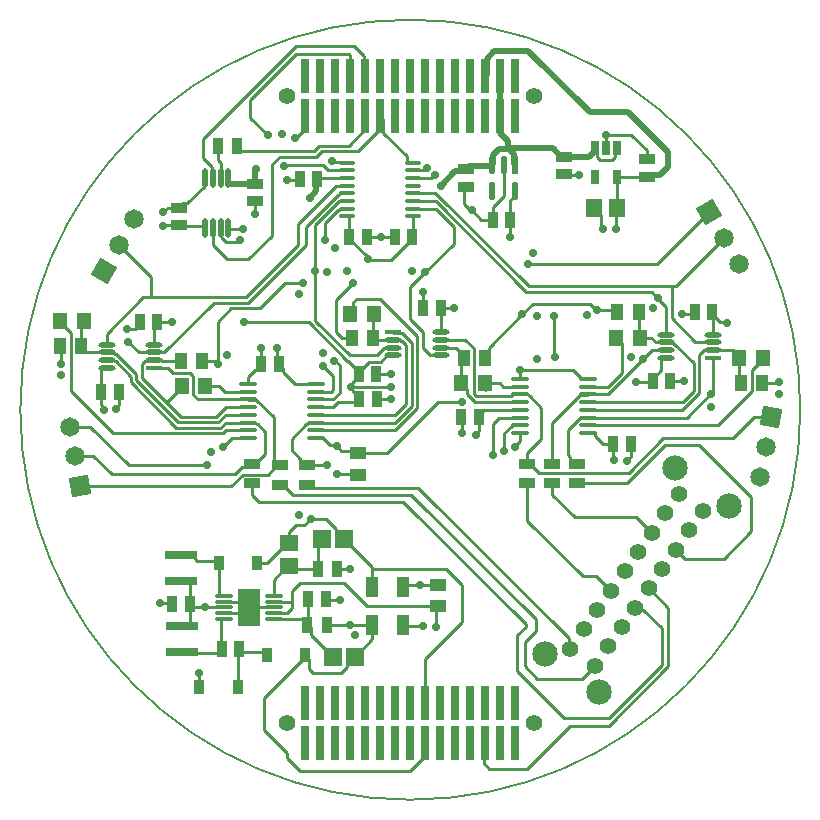
<source format=gtl>
G04*
G04 #@! TF.GenerationSoftware,Altium Limited,Altium Designer,22.3.1 (43)*
G04*
G04 Layer_Physical_Order=1*
G04 Layer_Color=255*
%FSLAX25Y25*%
%MOIN*%
G70*
G04*
G04 #@! TF.SameCoordinates,26406105-7067-4880-9C5C-2A59F93044AC*
G04*
G04*
G04 #@! TF.FilePolarity,Positive*
G04*
G01*
G75*
%ADD14C,0.00500*%
%ADD16R,0.03740X0.05315*%
%ADD21R,0.05725X0.01716*%
G04:AMPARAMS|DCode=22|XSize=57.25mil|YSize=17.16mil|CornerRadius=8.58mil|HoleSize=0mil|Usage=FLASHONLY|Rotation=0.000|XOffset=0mil|YOffset=0mil|HoleType=Round|Shape=RoundedRectangle|*
%AMROUNDEDRECTD22*
21,1,0.05725,0.00000,0,0,0.0*
21,1,0.04009,0.01716,0,0,0.0*
1,1,0.01716,0.02005,0.00000*
1,1,0.01716,-0.02005,0.00000*
1,1,0.01716,-0.02005,0.00000*
1,1,0.01716,0.02005,0.00000*
%
%ADD22ROUNDEDRECTD22*%
%ADD26R,0.10630X0.03150*%
%ADD27R,0.03600X0.04800*%
%ADD32R,0.05315X0.03740*%
%ADD34R,0.02253X0.06120*%
G04:AMPARAMS|DCode=35|XSize=61.2mil|YSize=22.53mil|CornerRadius=11.26mil|HoleSize=0mil|Usage=FLASHONLY|Rotation=270.000|XOffset=0mil|YOffset=0mil|HoleType=Round|Shape=RoundedRectangle|*
%AMROUNDEDRECTD35*
21,1,0.06120,0.00000,0,0,270.0*
21,1,0.03867,0.02253,0,0,270.0*
1,1,0.02253,0.00000,-0.01934*
1,1,0.02253,0.00000,0.01934*
1,1,0.02253,0.00000,0.01934*
1,1,0.02253,0.00000,-0.01934*
%
%ADD35ROUNDEDRECTD35*%
%ADD49O,0.06102X0.01378*%
%ADD50R,0.03937X0.05315*%
%ADD51R,0.04724X0.05709*%
%ADD52R,0.05315X0.03347*%
%ADD53R,0.05315X0.03937*%
%ADD54R,0.04331X0.06693*%
%ADD55R,0.05906X0.06102*%
%ADD56R,0.02913X0.11496*%
%ADD57O,0.06299X0.01181*%
%ADD58R,0.06102X0.06102*%
%ADD59R,0.05315X0.06102*%
%ADD60R,0.02756X0.05118*%
%ADD61O,0.05512X0.01378*%
%ADD62R,0.03347X0.05315*%
%ADD63O,0.01772X0.06693*%
%ADD64R,0.03740X0.05315*%
%ADD65R,0.06102X0.05315*%
%ADD66C,0.01000*%
%ADD67C,0.02000*%
%ADD68C,0.05512*%
%ADD69P,0.09187X4X165.0*%
%ADD70C,0.06496*%
%ADD71P,0.09187X4X285.0*%
%ADD72P,0.09187X4X325.0*%
%ADD73P,0.09187X4X125.0*%
%ADD74C,0.08465*%
%ADD75C,0.02800*%
G36*
X696214Y370675D02*
X688930D01*
Y382880D01*
X696214D01*
Y370675D01*
D02*
G37*
D14*
X876400Y442700D02*
G03*
X876400Y442700I-130000J0D01*
G01*
D16*
X696653Y457985D02*
D03*
X702559D02*
D03*
X763322Y440295D02*
D03*
X769227D02*
D03*
X833123Y452204D02*
D03*
X827217Y452204D02*
D03*
X819967Y431240D02*
D03*
X814062D02*
D03*
X729292Y446102D02*
D03*
X735197D02*
D03*
X672988Y378012D02*
D03*
X667082D02*
D03*
X683517Y362877D02*
D03*
X689423D02*
D03*
X662066Y471918D02*
D03*
X656160Y471918D02*
D03*
X643368Y448661D02*
D03*
X649273Y448661D02*
D03*
X779708Y505961D02*
D03*
X773802D02*
D03*
X747055Y500430D02*
D03*
X741150D02*
D03*
X726103D02*
D03*
X732009D02*
D03*
X715462Y519732D02*
D03*
X709556D02*
D03*
X729220Y454639D02*
D03*
X735125D02*
D03*
X841227Y475240D02*
D03*
X847133D02*
D03*
X756507Y476652D02*
D03*
X750602D02*
D03*
D21*
X740731Y468540D02*
D03*
X660991Y456662D02*
D03*
X847317Y460017D02*
D03*
D22*
X740731Y465981D02*
D03*
Y463422D02*
D03*
Y460863D02*
D03*
X756482Y460863D02*
D03*
Y463422D02*
D03*
Y465981D02*
D03*
Y468540D02*
D03*
X660991Y459221D02*
D03*
Y461780D02*
D03*
Y464339D02*
D03*
X645240D02*
D03*
Y461780D02*
D03*
Y459221D02*
D03*
Y456662D02*
D03*
X847317Y462577D02*
D03*
Y465136D02*
D03*
Y467695D02*
D03*
X831565Y467695D02*
D03*
Y465136D02*
D03*
Y462577D02*
D03*
Y460017D02*
D03*
D26*
X669807Y385569D02*
D03*
Y394231D02*
D03*
X670172Y370528D02*
D03*
Y361866D02*
D03*
D27*
X676030Y350200D02*
D03*
X688930D02*
D03*
X698524Y360908D02*
D03*
X711424D02*
D03*
X695380Y391568D02*
D03*
X682480D02*
D03*
D32*
X825214Y520410D02*
D03*
Y526315D02*
D03*
X797493Y527015D02*
D03*
Y521110D02*
D03*
X764943Y522982D02*
D03*
Y517077D02*
D03*
X694740Y518060D02*
D03*
Y512154D02*
D03*
X669260Y504190D02*
D03*
Y510096D02*
D03*
D34*
X781237Y524362D02*
D03*
D35*
X777496D02*
D03*
X773756D02*
D03*
Y515698D02*
D03*
X781237D02*
D03*
D49*
X805695Y434980D02*
D03*
Y437539D02*
D03*
Y440098D02*
D03*
Y442657D02*
D03*
X805695Y445216D02*
D03*
X805695Y447775D02*
D03*
X805695Y450334D02*
D03*
X805695Y452893D02*
D03*
X783057Y434980D02*
D03*
Y437539D02*
D03*
Y440098D02*
D03*
Y442657D02*
D03*
X783057Y445216D02*
D03*
X783057Y447775D02*
D03*
X783057Y450334D02*
D03*
X783057Y452893D02*
D03*
X714926Y433307D02*
D03*
Y435865D02*
D03*
Y438425D02*
D03*
Y440984D02*
D03*
Y443543D02*
D03*
Y446102D02*
D03*
Y448661D02*
D03*
Y451220D02*
D03*
X692288Y433307D02*
D03*
Y435865D02*
D03*
Y438425D02*
D03*
Y440984D02*
D03*
Y443543D02*
D03*
Y446102D02*
D03*
Y448661D02*
D03*
Y451220D02*
D03*
D50*
X863588Y451489D02*
D03*
X856501D02*
D03*
X815439Y475240D02*
D03*
X822526D02*
D03*
X771393Y459954D02*
D03*
X764306D02*
D03*
X726832Y466670D02*
D03*
X733919D02*
D03*
X669851Y458826D02*
D03*
X676938D02*
D03*
X629528Y463962D02*
D03*
X636615D02*
D03*
D51*
X815031Y466670D02*
D03*
X822905D02*
D03*
X863942Y460063D02*
D03*
X856068D02*
D03*
X771196Y451489D02*
D03*
X763322D02*
D03*
X726438Y474684D02*
D03*
X734312D02*
D03*
X670172Y450629D02*
D03*
X678046D02*
D03*
X629725Y472409D02*
D03*
X637599D02*
D03*
D52*
X801846Y418155D02*
D03*
Y424651D02*
D03*
X793614Y418155D02*
D03*
Y424651D02*
D03*
X785300Y418155D02*
D03*
Y424651D02*
D03*
X711809Y417719D02*
D03*
Y424215D02*
D03*
X703005Y424215D02*
D03*
Y417719D02*
D03*
X693700Y424609D02*
D03*
Y418113D02*
D03*
D53*
X728856Y421066D02*
D03*
Y428152D02*
D03*
X755523Y377237D02*
D03*
Y384324D02*
D03*
D54*
X743984Y371100D02*
D03*
X733747D02*
D03*
Y383667D02*
D03*
X743984D02*
D03*
D55*
X727815Y360167D02*
D03*
X720729D02*
D03*
D56*
X711400Y331448D02*
D03*
Y344952D02*
D03*
X716400Y331448D02*
D03*
Y344952D02*
D03*
X721400Y331448D02*
D03*
Y344952D02*
D03*
X726400Y331448D02*
D03*
Y344952D02*
D03*
X731400Y331448D02*
D03*
X731400Y344952D02*
D03*
X736400Y331448D02*
D03*
Y344952D02*
D03*
X741400Y331448D02*
D03*
X741400Y344952D02*
D03*
X746400Y331448D02*
D03*
Y344952D02*
D03*
X751400Y331448D02*
D03*
Y344952D02*
D03*
X756400Y331448D02*
D03*
X756400Y344952D02*
D03*
X761400Y331448D02*
D03*
Y344952D02*
D03*
X766400Y331448D02*
D03*
X766400Y344952D02*
D03*
X771400Y331448D02*
D03*
Y344952D02*
D03*
X776400Y331448D02*
D03*
Y344952D02*
D03*
X781400Y331448D02*
D03*
Y344952D02*
D03*
X711400Y540448D02*
D03*
Y553952D02*
D03*
X716400Y540448D02*
D03*
Y553952D02*
D03*
X721400Y540448D02*
D03*
X721400Y553952D02*
D03*
X726400Y540448D02*
D03*
Y553952D02*
D03*
X731400Y540448D02*
D03*
Y553952D02*
D03*
X736400Y540448D02*
D03*
Y553952D02*
D03*
X741400Y540448D02*
D03*
Y553952D02*
D03*
X746400Y540448D02*
D03*
Y553952D02*
D03*
X751400Y540448D02*
D03*
X751400Y553952D02*
D03*
X756400Y540448D02*
D03*
Y553952D02*
D03*
X761400Y540448D02*
D03*
Y553952D02*
D03*
X766400Y540448D02*
D03*
Y553952D02*
D03*
X771400Y540448D02*
D03*
Y553952D02*
D03*
X776400Y540448D02*
D03*
Y553952D02*
D03*
X781400Y540448D02*
D03*
Y553952D02*
D03*
D57*
X700938Y372840D02*
D03*
Y374809D02*
D03*
X700938Y376777D02*
D03*
Y378746D02*
D03*
X700938Y380714D02*
D03*
X684206Y372840D02*
D03*
Y374809D02*
D03*
X684206Y376777D02*
D03*
Y378746D02*
D03*
X684206Y380714D02*
D03*
D58*
X724272Y399700D02*
D03*
X716989D02*
D03*
D59*
X807704Y509800D02*
D03*
X815382D02*
D03*
D60*
Y520322D02*
D03*
X807901D02*
D03*
X807901Y529771D02*
D03*
X811641D02*
D03*
X815382D02*
D03*
D61*
X747326Y507143D02*
D03*
Y509702D02*
D03*
Y512261D02*
D03*
Y514820D02*
D03*
Y517379D02*
D03*
Y519938D02*
D03*
Y522497D02*
D03*
Y525056D02*
D03*
X725279Y507143D02*
D03*
Y509702D02*
D03*
Y512261D02*
D03*
Y514820D02*
D03*
Y517379D02*
D03*
Y519938D02*
D03*
Y522497D02*
D03*
Y525056D02*
D03*
D62*
X688676Y530595D02*
D03*
X682180D02*
D03*
X718564Y371100D02*
D03*
X712068D02*
D03*
D63*
X685723Y519873D02*
D03*
X683164D02*
D03*
X680605D02*
D03*
X678046D02*
D03*
X685723Y503337D02*
D03*
X683164Y503337D02*
D03*
X680605Y503337D02*
D03*
X678046D02*
D03*
D64*
X712264Y379730D02*
D03*
X718367D02*
D03*
X721812Y389600D02*
D03*
X715709D02*
D03*
D65*
X705860Y390600D02*
D03*
Y398277D02*
D03*
D66*
X678046Y376777D02*
X684206D01*
X674223D02*
X678046D01*
X671913Y385569D02*
X672988Y384494D01*
Y378012D02*
Y384494D01*
X669807Y385569D02*
X671913D01*
Y370361D02*
X672988Y371436D01*
X671426Y370361D02*
X671913D01*
X672988Y371436D02*
Y378012D01*
X674223Y376777D01*
X671426Y361700D02*
X682340D01*
X683517Y362877D01*
X683378Y363664D02*
Y372757D01*
X682480Y392199D02*
Y393600D01*
X682564Y380714D02*
X684206D01*
X682480Y380798D02*
Y392199D01*
Y380798D02*
X682564Y380714D01*
X747326Y509702D02*
X754817D01*
X754804Y512261D02*
X785064Y482000D01*
X760888Y498087D02*
Y503631D01*
X747326Y512261D02*
X754804D01*
X785810Y483800D02*
X833536D01*
X754790Y514820D02*
X785810Y483800D01*
X754817Y509702D02*
X760888Y503631D01*
X785064Y482000D02*
X826855D01*
X676030Y350200D02*
Y355049D01*
X754303Y520979D02*
X754790D01*
X747326Y519938D02*
X753262D01*
X750807Y522569D02*
X751647Y523409D01*
X753262Y519938D02*
X754303Y520979D01*
X751647Y523409D02*
X752134D01*
X747398Y522569D02*
X750807D01*
X747326Y514820D02*
X754790D01*
X770036Y505961D02*
X773802D01*
X766865Y509132D02*
X770036Y505961D01*
X766378Y509132D02*
X766865D01*
X764863Y510624D02*
X764886D01*
X766378Y509132D01*
X764156Y511331D02*
X764863Y510624D01*
X764156Y511331D02*
Y515707D01*
X765526Y517077D02*
X765731D01*
X764156Y515707D02*
X765526Y517077D01*
X773802Y505961D02*
Y510379D01*
X750602Y476652D02*
Y481851D01*
X711549Y497576D02*
Y503602D01*
X722197Y514250D01*
X722681Y512189D02*
X725206D01*
X714743Y488916D02*
Y504250D01*
X722681Y512189D01*
X725206D02*
X725279Y512261D01*
X722197Y514250D02*
X722539D01*
X702032Y458512D02*
X703929Y456615D01*
X702032Y458512D02*
Y463130D01*
X695283Y455828D02*
X696653Y457198D01*
Y463422D01*
X692288Y451220D02*
Y453620D01*
X694496Y455828D02*
X695283D01*
X692288Y453620D02*
X694496Y455828D01*
X707848Y451220D02*
X714926D01*
X703929Y455139D02*
Y456615D01*
Y455139D02*
X707848Y451220D01*
X655029Y452597D02*
X669131Y438495D01*
X669851Y458826D02*
X670048Y458629D01*
X664891Y445280D02*
X669877Y440295D01*
X681636D01*
X669131Y438495D02*
X682381D01*
X656829Y453342D02*
X664891Y445280D01*
X665314D02*
X670172Y450137D01*
X655029Y452597D02*
Y454488D01*
X664891Y445280D02*
X665314D01*
X656829Y453342D02*
Y458058D01*
X704718Y524236D02*
X717324D01*
X689849Y528849D02*
X714330D01*
X688676Y530022D02*
X689849Y528849D01*
X702860Y527049D02*
X715076D01*
X716876Y528849D01*
X704431Y523949D02*
X704718Y524236D01*
X688676Y530022D02*
Y530595D01*
X714330Y528849D02*
X716130Y530649D01*
X700260Y524449D02*
X702860Y527049D01*
X716876Y528849D02*
X729092D01*
X736400Y536157D01*
X720333Y525611D02*
X720820D01*
X721302Y525129D01*
X693089Y546080D02*
X708438Y561429D01*
X677363Y532899D02*
X708263Y563799D01*
X677363Y526709D02*
Y532899D01*
X708263Y563799D02*
X727654D01*
X708438Y561429D02*
X725814D01*
X693089Y539983D02*
Y546080D01*
X709016Y533773D02*
X711400Y536157D01*
X716130Y530649D02*
X725892D01*
X708276Y533773D02*
X709016D01*
X707932Y533428D02*
X708276Y533773D01*
X708306Y404169D02*
X711015D01*
X705985Y401849D02*
X708306Y404169D01*
X711015D02*
X713219Y406373D01*
X718256D01*
X703989Y417719D02*
X707282Y414426D01*
X713967Y416546D02*
X749114D01*
X707282Y414426D02*
X746792D01*
X788154Y373064D01*
X712793Y417719D02*
X713967Y416546D01*
X749114D02*
X799207Y366453D01*
X696086Y412040D02*
X744064D01*
X693700Y414426D02*
X696086Y412040D01*
X744064D02*
X784886Y371219D01*
X693700Y414426D02*
Y418113D01*
X763322Y440295D02*
X763682Y439934D01*
Y434980D02*
Y439934D01*
X677363Y526709D02*
X680457Y523615D01*
Y520021D02*
X680605Y519873D01*
X680457Y520021D02*
Y523615D01*
X728518Y421404D02*
X728856Y421066D01*
X722129Y421404D02*
X728518D01*
X805695Y447775D02*
X812374D01*
X824106Y459507D02*
X827038Y462440D01*
X805768Y450406D02*
X812347D01*
X812374Y447775D02*
X824106Y459507D01*
X812347Y450406D02*
X817000Y455058D01*
Y463730D01*
X797493Y521110D02*
X797690Y520913D01*
X802509D01*
X809862Y504184D02*
Y507642D01*
Y504184D02*
X810680Y503366D01*
Y502879D02*
Y503366D01*
X807704Y509800D02*
X809862Y507642D01*
X815053Y509471D02*
X815382Y509800D01*
X815053Y502868D02*
Y509471D01*
X664059Y508679D02*
X664060D01*
X665476Y510096D02*
X669260D01*
X664060Y508679D02*
X665476Y510096D01*
X669260D02*
X670631Y511466D01*
X672099D02*
X678046Y517412D01*
Y519873D01*
X670631Y511466D02*
X672099D01*
X694740Y507929D02*
Y512154D01*
X683312Y500197D02*
Y503190D01*
Y500197D02*
X684818Y498691D01*
X688588D02*
X689271Y499374D01*
X683164Y503337D02*
X683312Y503190D01*
X684818Y498691D02*
X688588D01*
X689271Y499374D02*
X689758D01*
X740057Y492645D02*
X747055Y499643D01*
X732360Y492645D02*
X740057D01*
X732172Y492832D02*
X732360Y492645D01*
X732172Y492832D02*
X732517Y492488D01*
X755537Y445152D02*
X763549D01*
X738537Y428152D02*
X755537Y445152D01*
X767869Y445216D02*
X783057D01*
X767534Y448097D02*
X768295Y447335D01*
X765184Y447901D02*
X767869Y445216D01*
X767534Y455603D02*
X767575Y455644D01*
X767534Y448097D02*
Y455603D01*
X767575Y455644D02*
Y463150D01*
X765184Y447901D02*
Y449627D01*
X781400Y430766D02*
X783057Y432423D01*
Y434980D01*
X781400Y430279D02*
Y430766D01*
X783057Y456017D02*
X800517D01*
X803261Y453273D01*
X783057Y452893D02*
Y456017D01*
X721525Y430884D02*
X723419Y428990D01*
X728018D01*
X728856Y428152D01*
X721302Y525129D02*
X725206D01*
X725892Y530649D02*
X731400Y536157D01*
X725206Y525129D02*
X725279Y525056D01*
X719063Y522497D02*
X725279D01*
X717324Y524236D02*
X719063Y522497D01*
X709186Y519362D02*
X709556Y519732D01*
X705148Y519362D02*
X709186D01*
X683016Y503485D02*
X683164Y503337D01*
X721812Y389600D02*
X726155D01*
X709490Y384914D02*
X724272D01*
X731949Y377237D01*
X706891Y382315D02*
X709490Y384914D01*
X718367Y379730D02*
X718761Y379335D01*
X723058D01*
X692408Y376777D02*
X692572D01*
X684206Y374809D02*
X690439D01*
X692408Y376777D02*
X692572D01*
X684206Y378746D02*
X690439D01*
X690439Y374809D02*
X692408Y376777D01*
X690439Y378746D02*
X692408Y376777D01*
X692572D02*
X700938D01*
X733747Y389600D02*
Y390225D01*
Y383667D02*
Y389600D01*
X758374D01*
X763716Y384259D01*
Y371778D02*
Y384259D01*
X751400Y359463D02*
X763716Y371778D01*
X751400Y344952D02*
Y359463D01*
X744409Y370675D02*
X750575D01*
X743984Y371100D02*
X744409Y370675D01*
X709514Y322200D02*
X746443D01*
X705238Y326475D02*
Y328236D01*
Y326475D02*
X709514Y322200D01*
X746443D02*
X751400Y327157D01*
Y331448D01*
X697574Y335900D02*
X705238Y328236D01*
X697574Y335900D02*
Y346459D01*
X711424Y360308D02*
Y360908D01*
X697574Y346459D02*
X711424Y360308D01*
X651994Y469760D02*
X654790D01*
X656160Y471130D02*
Y471918D01*
X654790Y469760D02*
X656160Y471130D01*
X651986Y469752D02*
X651994Y469760D01*
X645240Y464339D02*
Y468016D01*
X657418Y480194D02*
X659813D01*
X645240Y468016D02*
X657418Y480194D01*
X735197Y446102D02*
X739815D01*
X739873Y446160D01*
X726661Y450334D02*
X739943D01*
X740025Y454639D02*
X740106Y454558D01*
X735125Y454639D02*
X740025D01*
X743984Y383667D02*
X744475Y384158D01*
X749572D01*
X749737Y384324D01*
X755523D01*
X662942Y378137D02*
X666957D01*
X667082Y378012D01*
X731828Y493177D02*
X732517Y492488D01*
X736579Y500430D02*
X741150D01*
X732009D02*
X736579D01*
X751266Y488464D02*
X760888Y498087D01*
X746400Y483599D02*
X751266Y488464D01*
X704505Y484951D02*
X710541D01*
X721585Y479267D02*
X727269Y484951D01*
X696149Y476594D02*
X704505Y484951D01*
X649273Y444377D02*
Y448661D01*
X648437Y443054D02*
Y443541D01*
X649273Y444377D01*
X840440Y474453D02*
X841227Y475240D01*
X837125Y474453D02*
X840440D01*
X833536Y473146D02*
X841409Y465273D01*
X833536Y473146D02*
Y483800D01*
X841409Y465273D02*
X847180D01*
X833123Y452204D02*
X833131Y452196D01*
X837473D01*
X818574Y425734D02*
Y425759D01*
X819967Y427151D02*
Y431240D01*
X818574Y425759D02*
X819967Y427151D01*
X854120Y433208D02*
X861039Y440127D01*
X830720Y433208D02*
X854120D01*
X861039Y440127D02*
X866606D01*
X819190Y421678D02*
X830720Y433208D01*
X789257Y421678D02*
X819190D01*
X786284Y424651D02*
X789257Y421678D01*
X785300Y424651D02*
X786284D01*
X842600Y430974D02*
X860005Y413569D01*
X831393Y430974D02*
X842600D01*
X818574Y418155D02*
X831393Y430974D01*
X860005Y402105D02*
Y413569D01*
X800861Y424651D02*
X801846D01*
Y418155D02*
X818574D01*
X805695Y437539D02*
X849015D01*
X860320Y448843D01*
X814062Y425892D02*
X814137Y425817D01*
X814062Y425892D02*
Y431240D01*
X838491Y440098D02*
X846621Y448228D01*
X860320Y448843D02*
Y455948D01*
X828797Y480058D02*
X829014D01*
X826855Y482000D02*
X828797Y480058D01*
X833536Y483800D02*
X834904D01*
X828709Y479753D02*
X829014Y479448D01*
X831565Y476896D01*
Y467695D02*
Y476896D01*
X834904Y483800D02*
X850912Y499808D01*
X847180Y465273D02*
X847317Y465136D01*
Y474269D02*
X849651Y471934D01*
X851733D02*
X852078Y471590D01*
X849651Y471934D02*
X851733D01*
X785535Y491270D02*
X828714D01*
X845912Y508468D01*
X721072Y459035D02*
X721371D01*
X722857Y457549D01*
Y448171D02*
Y457549D01*
X646862Y421115D02*
X687988D01*
X640785Y427192D02*
X646862Y421115D01*
X634703Y427192D02*
X640785D01*
X690309Y423436D02*
X692527D01*
X693700Y424609D01*
X698892Y421086D02*
X702021Y424215D01*
X690504Y421086D02*
X698892D01*
X636440Y417344D02*
X686762D01*
X687988Y421115D02*
X690309Y423436D01*
X686762Y417344D02*
X690504Y421086D01*
X693700Y424609D02*
X694685D01*
X711809Y424215D02*
X711809Y424215D01*
X718564D01*
X652548Y424215D02*
X678668D01*
X632967Y437040D02*
X639723D01*
X652548Y424215D01*
X714743Y472295D02*
Y488916D01*
X692335Y492832D02*
X700260Y500757D01*
X685468Y492832D02*
X692335D01*
X680753Y497547D02*
X685468Y492832D01*
X659813Y480194D02*
X691622D01*
X659813D02*
Y487036D01*
X649273Y497576D02*
X659813Y487036D01*
X656037Y461780D02*
X660991D01*
X652416Y465401D02*
X656037Y461780D01*
X680753Y497547D02*
Y503190D01*
X691622Y480194D02*
X708955Y497527D01*
X680924Y478394D02*
X692368D01*
X711549Y497576D01*
X714743Y472295D02*
X726174Y460863D01*
X708955Y497527D02*
Y504748D01*
X814504Y528893D02*
X815382Y529771D01*
X814504Y526858D02*
Y528893D01*
X813558Y525912D02*
X814504Y526858D01*
X809725Y525912D02*
X813558D01*
X808779Y526858D02*
Y528893D01*
X807901Y529771D02*
X808779Y528893D01*
Y526858D02*
X809725Y525912D01*
X825214Y526315D02*
Y529185D01*
X811641Y534299D02*
X820100D01*
X825214Y529185D01*
X811641Y534299D02*
X811641Y534299D01*
X811641Y529771D02*
Y534299D01*
X779273Y505526D02*
X779708Y505091D01*
X779273Y505526D02*
X779708Y505961D01*
Y500430D02*
Y505091D01*
X726103Y499643D02*
Y506832D01*
X747055Y499643D02*
Y500430D01*
X731828Y493177D02*
Y493918D01*
X726103Y499643D02*
X731828Y493918D01*
X664059Y503972D02*
X664277Y504190D01*
X669260D01*
X669486Y503965D02*
X677689D01*
X678046Y503337D02*
Y503608D01*
X677689Y503965D02*
X678046Y503608D01*
X747055Y500430D02*
X747191Y500566D01*
X686798Y476594D02*
X696149D01*
X664320Y461790D02*
X680924Y478394D01*
X682180Y471976D02*
X686798Y476594D01*
X868871Y451489D02*
X869203Y451821D01*
X863588Y451489D02*
X868871D01*
X682180Y458058D02*
Y471976D01*
X783770Y474453D02*
X787215Y477898D01*
X772706Y463388D02*
X783770Y474453D01*
X721585Y468638D02*
Y479267D01*
Y468638D02*
X723554Y466670D01*
X726832D01*
X691033Y471868D02*
X712623D01*
X725429Y459063D01*
X725584D01*
X726174Y460863D02*
X735245D01*
X725584Y459063D02*
X729220Y455427D01*
X720631Y449247D02*
Y453976D01*
X717321Y457286D02*
X720631Y453976D01*
X729220Y454639D02*
Y455427D01*
X806335Y477898D02*
X808292Y475940D01*
X787215Y477898D02*
X806335D01*
X772706Y461267D02*
Y463388D01*
X771393Y459954D02*
X772706Y461267D01*
X808292Y475940D02*
X808779D01*
X794449Y460426D02*
X794521Y460353D01*
X794376Y473798D02*
X794449Y473726D01*
Y460426D02*
Y473726D01*
X808779Y475940D02*
X814740D01*
X815439Y475240D01*
X815382Y509800D02*
Y520322D01*
X815469Y520410D02*
X825214D01*
X815382Y520322D02*
X815469Y520410D01*
X680925Y458826D02*
X681693Y458058D01*
X676938Y458826D02*
X680925D01*
X681693Y458058D02*
X682180D01*
X630002D02*
Y463488D01*
X629528Y463962D02*
X630002Y463488D01*
X847317Y467695D02*
Y474269D01*
X847133Y474453D02*
X847317Y474269D01*
X847133Y474453D02*
Y475240D01*
X760947Y476613D02*
X761291Y476958D01*
X756546Y476613D02*
X760947D01*
X756507Y476652D02*
X756546Y476613D01*
X803261Y453068D02*
X803435Y452893D01*
X803261Y453068D02*
Y453273D01*
X803435Y452893D02*
X805695D01*
X756482Y468540D02*
Y476628D01*
X756507Y476652D01*
X764744Y465981D02*
X767575Y463150D01*
X756482Y465981D02*
X764744D01*
X769227Y440295D02*
Y441082D01*
Y435729D02*
Y440295D01*
X728856Y428152D02*
X738537D01*
X768353Y434368D02*
Y434855D01*
X769227Y435729D01*
X777768Y428831D02*
Y434866D01*
X774070Y427532D02*
Y438070D01*
X776098Y440098D01*
X729220Y455427D02*
X732554Y458761D01*
X738726Y460863D02*
X740731D01*
X732554Y458761D02*
X736625D01*
X738726Y460863D01*
X720787Y446102D02*
X722857Y448171D01*
X666821Y471918D02*
X666870Y471868D01*
X662066Y471918D02*
X666821D01*
X727005Y449176D02*
X729292Y446889D01*
Y446102D02*
Y446889D01*
X727005Y449176D02*
Y449990D01*
X726661Y450334D02*
X727005Y449990D01*
X726155Y371100D02*
X733747D01*
X718564D02*
X726155D01*
X727005Y451637D02*
X729220Y453852D01*
X726661Y450334D02*
X727005Y450678D01*
X729220Y453852D02*
Y454639D01*
X727005Y450678D02*
Y451637D01*
X746400Y472813D02*
X750602Y468612D01*
X748699Y443207D02*
Y467352D01*
X737974Y478077D02*
Y478077D01*
X746400Y472813D02*
Y483599D01*
X737974Y478077D02*
X748699Y467352D01*
X728505Y479605D02*
X736446D01*
X750602Y463130D02*
Y468612D01*
X736446Y479605D02*
X737974Y478077D01*
X821728Y452065D02*
X827078D01*
X827217Y452204D01*
X720774Y443543D02*
X722447Y445216D01*
X714926Y443543D02*
X720774D01*
X728406Y445216D02*
X729292Y446102D01*
X722447Y445216D02*
X728406D01*
X684039Y430361D02*
X686985Y433307D01*
X643368Y444227D02*
X644352Y443242D01*
X643368Y444227D02*
Y448661D01*
X644352Y442755D02*
Y443242D01*
X705985Y398403D02*
Y401849D01*
X705860Y398277D02*
X705985Y398403D01*
X718256Y406373D02*
X721721Y402909D01*
X827217Y452204D02*
Y452991D01*
X830392Y460017D02*
X831565D01*
X830061Y459687D02*
X830392Y460017D01*
X830061Y455835D02*
Y459687D01*
X827217Y452991D02*
X830061Y455835D01*
X827038Y462440D02*
X831428D01*
X808130Y433801D02*
Y434805D01*
X810691Y431240D02*
X814062D01*
X808130Y433801D02*
X810691Y431240D01*
X807955Y434980D02*
X808130Y434805D01*
X805695Y434980D02*
X807955D01*
X770802Y442657D02*
X783057D01*
X769227Y441082D02*
X770802Y442657D01*
X660991Y470843D02*
X662066Y471918D01*
X660991Y464339D02*
Y470843D01*
X643699Y456662D02*
X645240D01*
X643368Y448661D02*
Y456331D01*
X643699Y456662D01*
X700260Y500757D02*
Y524449D01*
X693089Y539983D02*
X698822Y534250D01*
X725814Y561429D02*
X726400Y560843D01*
Y553952D02*
Y560843D01*
X727654Y563799D02*
X730839Y560614D01*
X754943Y376658D02*
X755523Y377237D01*
X754943Y370250D02*
Y376658D01*
X777768Y434866D02*
X779872Y436969D01*
X780023D01*
X780593Y437539D01*
X783057D01*
X686985Y433307D02*
X692288D01*
X717288D02*
X719710Y430884D01*
X721525D01*
X714926Y433307D02*
X717288D01*
X714926Y448661D02*
X720045D01*
X776098Y440098D02*
X783057D01*
X771014Y331062D02*
X771400Y331448D01*
X771014Y324786D02*
Y331062D01*
Y324786D02*
X772800Y323000D01*
X799207Y363557D02*
Y366453D01*
Y363557D02*
X799769Y362996D01*
X801142Y406800D02*
X821762D01*
X826867Y401696D01*
X837979Y393000D02*
X850900D01*
X834929Y396050D02*
X837979Y393000D01*
X808421Y387243D02*
X813318Y382346D01*
X803808Y387243D02*
X808421D01*
X830170Y357549D02*
Y369773D01*
X821380Y376700D02*
X822243Y375837D01*
X824106D02*
X830170Y369773D01*
X822243Y375837D02*
X824106D01*
X803476Y352995D02*
X807831Y357350D01*
X832423Y357257D02*
Y376624D01*
X812563Y337397D02*
X832423Y357257D01*
X785185Y323000D02*
X799582Y337397D01*
X772800Y323000D02*
X785185D01*
X799582Y337397D02*
X812563D01*
X812721Y340100D02*
X830170Y357549D01*
X797676Y340100D02*
X812721D01*
X782064Y355712D02*
X797676Y340100D01*
X825896Y383150D02*
X832423Y376624D01*
X720045Y448661D02*
X720631Y449247D01*
X741384Y440984D02*
X745098Y444698D01*
X714926Y440984D02*
X741384D01*
X714926Y446102D02*
X720787D01*
X782064Y367569D02*
X784886Y370391D01*
Y371219D01*
X782064Y355712D02*
Y367569D01*
X788154Y369034D02*
Y373064D01*
X784495Y365375D02*
X788154Y369034D01*
X784495Y357206D02*
X788705Y352995D01*
X784495Y357206D02*
Y365375D01*
X788705Y352995D02*
X803476D01*
X711809Y417719D02*
X712793D01*
X785300Y405750D02*
X803808Y387243D01*
X785300Y405750D02*
Y418155D01*
X793614Y414328D02*
Y418155D01*
Y414328D02*
X801142Y406800D01*
X850900Y393000D02*
X860005Y402105D01*
X761400Y327157D02*
Y331448D01*
X703005Y417719D02*
X703989D01*
X706891Y429133D02*
X709652Y426373D01*
X706891Y433006D02*
X711740Y437854D01*
X706891Y429133D02*
Y433006D01*
X694685Y424609D02*
X698087Y428011D01*
Y435242D01*
X695474Y437854D02*
X698087Y435242D01*
X799688Y425825D02*
Y426809D01*
Y425825D02*
X800861Y424651D01*
X798900Y427597D02*
X799688Y426809D01*
X798900Y427597D02*
Y435919D01*
X802509Y439528D01*
X802661D01*
X803231Y440098D01*
X805695D01*
X793614Y424651D02*
Y438310D01*
X803007Y447703D01*
X805623D01*
X805695Y447775D01*
X785522D02*
X786092Y447205D01*
X786244D01*
X790071Y443378D01*
Y432913D02*
Y443378D01*
X783057Y447775D02*
X785522D01*
X785300Y428142D02*
X790071Y432913D01*
X785300Y424651D02*
Y428142D01*
X721721Y402251D02*
X724272Y399700D01*
X721721Y402251D02*
Y402909D01*
X705466Y398277D02*
X705860D01*
X695380Y391568D02*
X698757D01*
X705466Y398277D01*
X706891Y378711D02*
Y382315D01*
X700973Y378711D02*
X706891D01*
Y376461D02*
Y378711D01*
X731949Y377237D02*
X755523D01*
X700938Y374809D02*
X705238D01*
X706891Y376461D01*
X700938Y378746D02*
X700973Y378711D01*
X724272Y399700D02*
X733747Y390225D01*
X718564Y371100D02*
X718564Y371100D01*
X727815Y360265D02*
X733747Y366197D01*
X727815Y360167D02*
Y360265D01*
X733747Y366197D02*
Y371100D01*
X725363Y356958D02*
Y357714D01*
X723453Y355049D02*
X725363Y356958D01*
Y357714D02*
X727815Y360167D01*
X714110Y355049D02*
X723453D01*
X712724Y356435D02*
Y359608D01*
Y356435D02*
X714110Y355049D01*
X711424Y360908D02*
X712724Y359608D01*
X712264Y371297D02*
Y379730D01*
X706859Y389600D02*
X715709D01*
Y398421D01*
X716989Y399700D01*
X705860Y390600D02*
X706859Y389600D01*
X712264Y371297D02*
X713241Y370320D01*
X712068Y371100D02*
Y371667D01*
Y371100D02*
X712264Y371297D01*
X700938Y372840D02*
X710894D01*
X712068Y371667D01*
X689423Y362877D02*
X690327Y361972D01*
X698524D01*
X673547Y394231D02*
X674622Y393156D01*
Y392785D02*
X675208Y392199D01*
X669807Y394231D02*
X673547D01*
X674622Y392785D02*
Y393156D01*
X675208Y392199D02*
X682480D01*
X713241Y367754D02*
Y370320D01*
X720729Y360167D02*
Y360265D01*
X713241Y367754D02*
X720729Y360265D01*
X700938Y386072D02*
X705466Y390600D01*
X705860D01*
X700938Y380714D02*
Y386072D01*
X688930Y360919D02*
X689284Y361272D01*
X688930Y350200D02*
Y360919D01*
X683517Y362877D02*
Y363664D01*
X683378Y372757D02*
X683462Y372840D01*
X684206D01*
X815031Y466670D02*
X816893Y464808D01*
Y463836D02*
Y464808D01*
Y463836D02*
X817000Y463730D01*
X831428Y462440D02*
X831565Y462577D01*
X752869Y460863D02*
X756482D01*
X750602Y463130D02*
X752869Y460863D01*
X741357Y435865D02*
X748699Y443207D01*
X743586Y468182D02*
X746899Y464869D01*
Y443952D02*
Y464869D01*
X743629Y465580D02*
X745098Y464110D01*
Y444698D02*
Y464110D01*
X741371Y438425D02*
X746899Y443952D01*
X734607Y465981D02*
X740731D01*
X742929D01*
X747191Y500566D02*
Y507007D01*
X708955Y504748D02*
X721585Y517379D01*
X735245Y460863D02*
X737667Y463285D01*
X740594D01*
X740731Y463422D01*
X661002Y461790D02*
X664320D01*
X660991Y461780D02*
X661002Y461790D01*
X682559Y450629D02*
X684527Y448661D01*
X678046Y450629D02*
X682559D01*
X684527Y448661D02*
X692288D01*
X740731Y468540D02*
X741089Y468182D01*
X733919Y466670D02*
X734607Y465981D01*
X742929D02*
X743330Y465580D01*
X741089Y468182D02*
X743586D01*
X743330Y465580D02*
X743629D01*
X733919Y466670D02*
Y474093D01*
X764306Y459954D02*
Y460643D01*
X763322Y451489D02*
Y458970D01*
X756482Y463422D02*
X761527D01*
X764306Y460643D01*
X834464Y464735D02*
X840807Y458392D01*
X826767Y466670D02*
X828164Y465273D01*
X831428D02*
X831565Y465136D01*
X828164Y465273D02*
X831428D01*
X833764Y465136D02*
X834165Y464735D01*
X834464D01*
X831565Y465136D02*
X833764D01*
X822526Y467049D02*
X822905Y466670D01*
X826767D01*
X763322Y458970D02*
X764306Y459954D01*
X714926Y438425D02*
X741371D01*
X714926Y435865D02*
X741357D01*
X847317Y448924D02*
Y460017D01*
X837125Y442657D02*
X842613Y448144D01*
X805695Y445216D02*
X837138D01*
X840807Y448884D02*
Y458392D01*
X837138Y445216D02*
X840807Y448884D01*
X805695Y442657D02*
X837125D01*
X842613Y448144D02*
Y460872D01*
X844180Y462440D01*
X805695Y440098D02*
X838491D01*
X844180Y462440D02*
X847180D01*
X847317Y462577D01*
X856068Y451923D02*
Y460063D01*
Y451923D02*
X856501Y451489D01*
X860320Y455948D02*
X863942Y459571D01*
Y460063D01*
X847317Y462577D02*
X854047D01*
X856068Y460555D01*
Y460063D02*
Y460555D01*
X805695Y450334D02*
X805768Y450406D01*
X822526Y467049D02*
Y475240D01*
X727422Y474684D02*
Y478523D01*
X728505Y479605D01*
X675518Y446102D02*
X692288D01*
X660991Y456662D02*
X665551D01*
X674066Y447554D02*
Y453790D01*
X672988Y454869D02*
X674066Y453790D01*
X667344Y454869D02*
X672988D01*
X665551Y456662D02*
X667344Y454869D01*
X674066Y447554D02*
X675518Y446102D01*
X670172Y450137D02*
Y450629D01*
X653229Y451851D02*
X668385Y436695D01*
X653229Y451851D02*
Y453729D01*
X668385Y436695D02*
X683127D01*
X648139Y461379D02*
X655029Y454488D01*
X648139Y458820D02*
X653229Y453729D01*
X656829Y458058D02*
X657855Y459084D01*
X660854D02*
X660991Y459221D01*
X657855Y459084D02*
X660854D01*
X630709Y470933D02*
X633268Y468373D01*
Y449054D02*
X647428Y434895D01*
X633268Y449054D02*
Y468373D01*
X647428Y434895D02*
X683872D01*
X763322Y451489D02*
X765184Y449627D01*
X780593Y447775D02*
X783057D01*
X780153Y447335D02*
X780593Y447775D01*
X768295Y447335D02*
X780153D01*
X770212Y450801D02*
X771680Y449332D01*
X770212Y450801D02*
Y451489D01*
X776248D02*
X777403Y450334D01*
X783057D01*
X771196Y451489D02*
X776248D01*
X682381Y438495D02*
X684870Y440984D01*
X681636Y440295D02*
X684883Y443543D01*
X692288D01*
X684870Y440984D02*
X692288D01*
X709652Y425388D02*
X710825Y424215D01*
X711809D01*
X709652Y425388D02*
Y426373D01*
X711740Y437854D02*
X711891D01*
X712461Y438425D01*
X714926D01*
X692288Y446102D02*
X692360Y446030D01*
X694976D01*
X700848Y425388D02*
Y440158D01*
X694976Y446030D02*
X700848Y440158D01*
Y425388D02*
X702021Y424215D01*
X703005D01*
X694752Y438425D02*
X695322Y437854D01*
X695474D01*
X692288Y438425D02*
X694752D01*
X645240Y461780D02*
X647438D01*
X647839Y461379D02*
X648139D01*
X647438Y461780D02*
X647839Y461379D01*
X636615Y463962D02*
Y472409D01*
Y463273D02*
Y463962D01*
X638108Y461780D02*
X645240D01*
X636615Y463273D02*
X638108Y461780D01*
X683872Y434895D02*
X684843Y435865D01*
X692288D01*
X647438Y459221D02*
X647839Y458820D01*
X645240Y459221D02*
X647438D01*
X647839Y458820D02*
X648139D01*
X684857Y438425D02*
X692288D01*
X683127Y436695D02*
X684857Y438425D01*
X663190Y459221D02*
X663584Y458826D01*
X660991Y459221D02*
X663190D01*
X663584Y458826D02*
X669851D01*
X807704Y509800D02*
Y510193D01*
X747326Y522497D02*
X747398Y522569D01*
X777496Y514073D02*
Y524362D01*
X773802Y510379D02*
X777496Y514073D01*
X780958Y513716D02*
X781120D01*
X779708Y512466D02*
X780958Y513716D01*
X781237Y513833D02*
Y515698D01*
X779708Y505961D02*
Y512466D01*
X781120Y513716D02*
X781237Y513833D01*
X685723Y503337D02*
X685997Y503063D01*
X690508D01*
X718057Y499374D02*
Y504802D01*
X722388Y509132D01*
X722539Y514250D02*
X723109Y514820D01*
X725279D01*
X721585Y517379D02*
X725279D01*
X715668Y519938D02*
X725279D01*
X730839Y554513D02*
X731400Y553952D01*
X730839Y554513D02*
Y560614D01*
X682180Y525982D02*
X683164Y524998D01*
X682180Y525982D02*
Y530595D01*
X683164Y519873D02*
Y524998D01*
X723109Y509702D02*
X725279D01*
X722539Y509132D02*
X723109Y509702D01*
X722388Y509132D02*
X722539D01*
X680605Y503337D02*
X680753Y503190D01*
X736400Y536157D02*
Y540448D01*
X711400Y536157D02*
Y540448D01*
X731400Y536157D02*
Y540448D01*
X745187Y525231D02*
Y527195D01*
X745361Y525056D02*
X747326D01*
X736400Y540448D02*
X737357Y539491D01*
Y535025D02*
Y539491D01*
Y535025D02*
X745187Y527195D01*
Y525231D02*
X745361Y525056D01*
D67*
X778991Y529797D02*
X778991Y529797D01*
X778916Y529721D02*
X778991Y529797D01*
X776400Y540448D02*
Y553952D01*
X780894Y527893D02*
Y527893D01*
Y524704D02*
Y527893D01*
X766001Y524040D02*
X766180Y523862D01*
X756615Y517379D02*
X761348Y522112D01*
X764073D01*
X764943Y522982D01*
X806082Y527015D02*
X807352Y528285D01*
X825214Y520410D02*
X825718Y520913D01*
X829481D02*
X832138Y523570D01*
Y528671D01*
X825718Y520913D02*
X829481D01*
X771857Y559721D02*
X774436Y562300D01*
X785741D02*
X806215Y541826D01*
X774436Y562300D02*
X785741D01*
X806215Y541826D02*
X818983D01*
X771857Y554409D02*
Y559721D01*
X771400Y553952D02*
X771857Y554409D01*
X818983Y541826D02*
X832138Y528671D01*
X669807Y385569D02*
X669807Y385569D01*
X778991Y529797D02*
X793925D01*
X778991Y529797D02*
X780894Y527893D01*
X776077Y529721D02*
X778916D01*
X774070Y527714D02*
X776077Y529721D01*
X774070Y524675D02*
Y527714D01*
X780894Y524704D02*
X781237Y524362D01*
X773382Y523862D02*
X773756Y524236D01*
Y524362D01*
X766180Y523862D02*
X773382D01*
X776400Y534991D02*
X778991Y532400D01*
X776400Y534991D02*
Y540448D01*
X715462Y519732D02*
X715668Y519938D01*
X715092Y515622D02*
Y519362D01*
X712903Y513433D02*
X715092Y515622D01*
Y519362D02*
X715462Y519732D01*
X686080Y518060D02*
X694740D01*
Y522899D01*
X694852Y523011D01*
X793925Y529797D02*
X796336Y527385D01*
X797123D02*
X797493Y527015D01*
X796336Y527385D02*
X797123D01*
X778991Y529797D02*
Y532400D01*
X797493Y527015D02*
X806082D01*
D68*
X705148Y338200D02*
D03*
X787652Y338200D02*
D03*
X843962Y408950D02*
D03*
X839445Y402500D02*
D03*
X834929Y396050D02*
D03*
X830413Y389600D02*
D03*
X825896Y383150D02*
D03*
X821380Y376700D02*
D03*
X816864Y370250D02*
D03*
X812347Y363800D02*
D03*
X807831Y357350D02*
D03*
X835899Y414596D02*
D03*
X831383Y408146D02*
D03*
X826867Y401696D02*
D03*
X822350Y395246D02*
D03*
X817834Y388795D02*
D03*
X813318Y382346D02*
D03*
X808801Y375896D02*
D03*
X804285Y369445D02*
D03*
X799769Y362996D02*
D03*
X705148Y547200D02*
D03*
X787652Y547200D02*
D03*
D69*
X845912Y508468D02*
D03*
D70*
X850912Y499808D02*
D03*
X855912Y491148D02*
D03*
X649273Y497576D02*
D03*
X654273Y506236D02*
D03*
X634703Y427192D02*
D03*
X632967Y437040D02*
D03*
X863133Y420431D02*
D03*
X864870Y430279D02*
D03*
D71*
X644273Y488916D02*
D03*
D72*
X636440Y417344D02*
D03*
D73*
X866606Y440127D02*
D03*
D74*
X852574Y410610D02*
D03*
X834514Y423256D02*
D03*
X791157Y361336D02*
D03*
X809217Y348690D02*
D03*
D75*
X736579Y500430D02*
D03*
X678046Y376777D02*
D03*
X692408Y372379D02*
D03*
X694496Y374809D02*
D03*
X690439D02*
D03*
X692572Y377859D02*
D03*
X694094Y381032D02*
D03*
X690604D02*
D03*
X676030Y355049D02*
D03*
X754790Y520979D02*
D03*
X752134Y523409D02*
D03*
X756615Y517379D02*
D03*
X766865Y509132D02*
D03*
X750602Y481851D02*
D03*
X702032Y463130D02*
D03*
X696653Y463422D02*
D03*
X704431Y523949D02*
D03*
X720333Y525611D02*
D03*
X707932Y533428D02*
D03*
X711400Y541826D02*
D03*
X703607Y534755D02*
D03*
X721400Y552574D02*
D03*
X727842Y367557D02*
D03*
X709186Y407600D02*
D03*
X788646Y459687D02*
D03*
X763682Y434980D02*
D03*
X827236Y476613D02*
D03*
X869313Y448080D02*
D03*
X746899Y488916D02*
D03*
X787215Y494771D02*
D03*
X722129Y421404D02*
D03*
X846770Y443641D02*
D03*
X820100Y460353D02*
D03*
X709186Y481374D02*
D03*
X725429Y488916D02*
D03*
X685428Y460863D02*
D03*
X629869Y454201D02*
D03*
X788646Y473798D02*
D03*
X805192Y474269D02*
D03*
X802509Y520913D02*
D03*
X810680Y502879D02*
D03*
X815053Y502868D02*
D03*
X664059Y508679D02*
D03*
X694740Y507929D02*
D03*
X718564Y488464D02*
D03*
X717324Y461748D02*
D03*
X679916Y428600D02*
D03*
X721371Y496594D02*
D03*
X763549Y445152D02*
D03*
X781400Y430279D02*
D03*
X783057Y456017D02*
D03*
X705148Y519362D02*
D03*
X726155Y389600D02*
D03*
X723058Y379335D02*
D03*
X750575Y370675D02*
D03*
X776400Y332826D02*
D03*
X781400Y332826D02*
D03*
Y343574D02*
D03*
X776400D02*
D03*
X771400D02*
D03*
X766400D02*
D03*
X761400Y343574D02*
D03*
X756400Y343574D02*
D03*
X751400D02*
D03*
X771400Y332826D02*
D03*
X766400D02*
D03*
X761400D02*
D03*
X756400D02*
D03*
X751400Y332826D02*
D03*
X746400Y332826D02*
D03*
Y343574D02*
D03*
X716400D02*
D03*
X721400D02*
D03*
X726400D02*
D03*
X731400D02*
D03*
X736400D02*
D03*
X741400D02*
D03*
Y332826D02*
D03*
X736400Y332826D02*
D03*
X731400Y332826D02*
D03*
X726400Y332826D02*
D03*
X721400Y332826D02*
D03*
X716400D02*
D03*
X711400Y332826D02*
D03*
X711400Y343574D02*
D03*
X731400Y541826D02*
D03*
X736400D02*
D03*
X741400D02*
D03*
X746400D02*
D03*
X751400D02*
D03*
X756400D02*
D03*
X761400D02*
D03*
X766400D02*
D03*
X771400D02*
D03*
X776400D02*
D03*
X781400D02*
D03*
Y552574D02*
D03*
X776400Y552574D02*
D03*
X771400Y552574D02*
D03*
X766400D02*
D03*
X761400D02*
D03*
X756400D02*
D03*
X751400Y552574D02*
D03*
X746400Y552574D02*
D03*
X741400D02*
D03*
X736400Y552574D02*
D03*
X731400Y552574D02*
D03*
X726400D02*
D03*
Y541826D02*
D03*
X721400D02*
D03*
X716400Y552574D02*
D03*
Y541826D02*
D03*
X711400Y552574D02*
D03*
X651986Y469752D02*
D03*
X739873Y446160D02*
D03*
X739943Y450334D02*
D03*
X740106Y454558D02*
D03*
X749572Y384158D02*
D03*
X662942Y378137D02*
D03*
X751266Y488464D02*
D03*
X727269Y484951D02*
D03*
X714743Y488916D02*
D03*
X710541Y484951D02*
D03*
X648437Y443054D02*
D03*
X837125Y474453D02*
D03*
X837473Y452196D02*
D03*
X818574Y425734D02*
D03*
X814137Y425817D02*
D03*
X846770Y448080D02*
D03*
X824106Y459507D02*
D03*
X829014Y480058D02*
D03*
X852078Y471590D02*
D03*
X785535Y491270D02*
D03*
X726661Y450334D02*
D03*
X718564Y424215D02*
D03*
X678668Y424215D02*
D03*
X652416Y465401D02*
D03*
X811641Y534299D02*
D03*
X779708Y500430D02*
D03*
X732172Y492832D02*
D03*
X664059Y503972D02*
D03*
X869203Y451821D02*
D03*
X783770Y474453D02*
D03*
X721072Y459035D02*
D03*
X717321Y457286D02*
D03*
X794376Y473798D02*
D03*
X808779Y475940D02*
D03*
X682180Y458058D02*
D03*
X630002D02*
D03*
X794521Y460353D02*
D03*
X760947Y476613D02*
D03*
X768353Y434368D02*
D03*
X777768Y428831D02*
D03*
X774070Y427532D02*
D03*
X691033Y471868D02*
D03*
X666870D02*
D03*
X726155Y371100D02*
D03*
X821728Y452065D02*
D03*
X684039Y430361D02*
D03*
X644352Y442755D02*
D03*
X713219Y406373D02*
D03*
X698822Y534250D02*
D03*
X754943Y370250D02*
D03*
X721869Y430540D02*
D03*
X718057Y499374D02*
D03*
X689758D02*
D03*
X690508Y503063D02*
D03*
X712903Y513433D02*
D03*
X694852Y523011D02*
D03*
M02*

</source>
